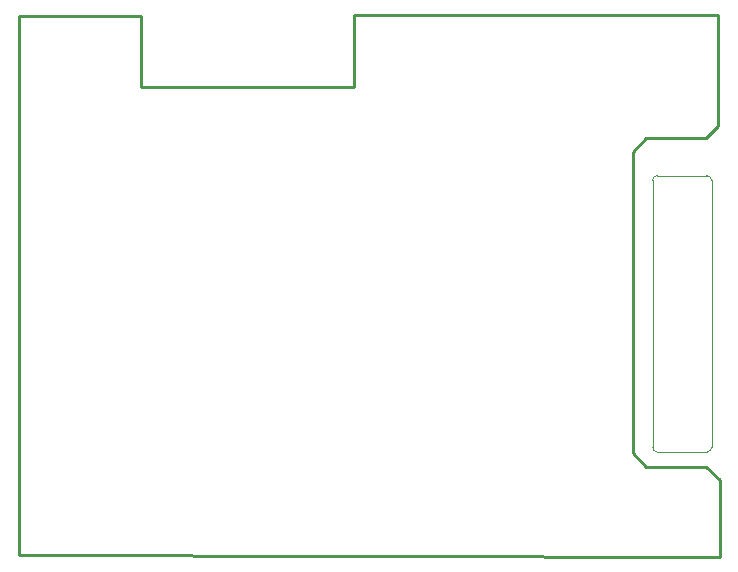
<source format=gko>
G04 Layer: BoardOutlineLayer*
G04 EasyEDA v6.5.47, 2024-11-13 08:28:34*
G04 87231406ceee420ca99a4478fe7bfb21,034e4511e0c640c9b8a39c55fee02e59,10*
G04 Gerber Generator version 0.2*
G04 Scale: 100 percent, Rotated: No, Reflected: No *
G04 Dimensions in millimeters *
G04 leading zeros omitted , absolute positions ,4 integer and 5 decimal *
%FSLAX45Y45*%
%MOMM*%

%ADD10C,0.2540*%
%ADD11C,0.0254*%
D10*
X5956300Y546100D02*
G01*
X5956300Y635000D01*
X5842000Y749300D01*
X5334000Y749300D01*
X5219700Y863600D01*
X5219700Y3416300D01*
X5334000Y3530600D01*
X5842000Y3530600D01*
X5943600Y3632200D01*
X5943600Y4572000D01*
X5956300Y-12700D02*
G01*
X5956300Y546100D01*
X5956300Y-12700D02*
G01*
X25400Y0D01*
X25400Y4569205D01*
X25400Y4569205D02*
G01*
X1054100Y4569205D01*
X1054100Y3962400D01*
X2857500Y3962400D01*
X2857500Y4572000D01*
X5943600Y4572000D01*
D11*
X5428787Y3215693D02*
G01*
X5848786Y3215693D01*
G75*
G01*
X5848787Y3215693D02*
G02*
X5888787Y3175693I0J-40000D01*
X5888786Y3175693D02*
G01*
X5888786Y915697D01*
G75*
G01*
X5888787Y915698D02*
G02*
X5848787Y875698I-40000J0D01*
X5848786Y875698D02*
G01*
X5428787Y875698D01*
G75*
G01*
X5428788Y875698D02*
G02*
X5388788Y915698I0J40000D01*
X5388787Y915697D02*
G01*
X5388787Y3175693D01*
G75*
G01*
X5388788Y3175693D02*
G02*
X5428788Y3215693I40000J0D01*
X5428787Y3215693D02*
G01*
X5428787Y3215693D01*

%LPD*%
M02*

</source>
